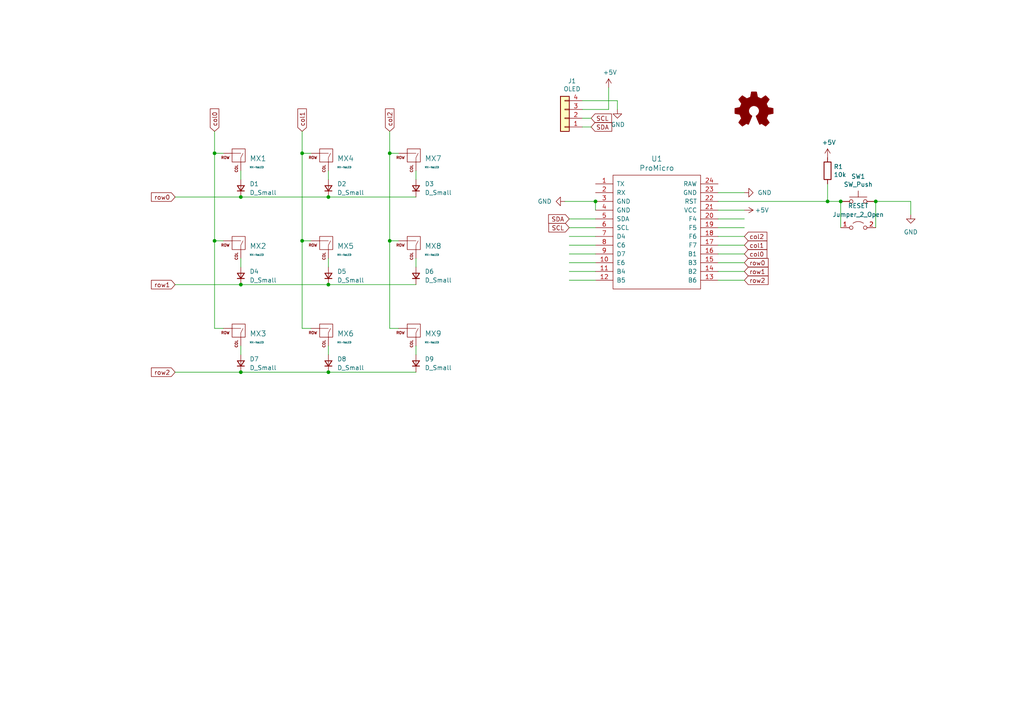
<source format=kicad_sch>
(kicad_sch (version 20211123) (generator eeschema)
  (paper "A4")
  (title_block (title "zotzotzot") (rev "1") (company "uci keeb club"))
  (lib_symbols
    (symbol "Connector_Generic:Conn_01x04" (pin_names (offset 1.016) hide)
      (property "Reference" "J" (at 0 5.08 0))
      (property "Value" "Conn_01x04" (at 0 -7.62 0))
      (symbol "Conn_01x04_1_1"
        (rectangle (start -1.27 -4.953) (end 0 -5.207) (stroke (width 0.1524)))
        (rectangle (start -1.27 -2.413) (end 0 -2.667) (stroke (width 0.1524)))
        (rectangle (start -1.27 0.127) (end 0 -0.127) (stroke (width 0.1524)))
        (rectangle (start -1.27 2.667) (end 0 2.413) (stroke (width 0.1524)))
        (rectangle (start -1.27 3.81) (end 1.27 -6.35) (stroke (width 0.254)) (fill (type background)))
        (pin passive line (at -5.08 2.54 0) (length 3.81) (name "Pin_1") (number "1"))
        (pin passive line (at -5.08 0 0) (length 3.81) (name "Pin_2") (number "2"))
        (pin passive line (at -5.08 -2.54 0) (length 3.81) (name "Pin_3") (number "3"))
        (pin passive line (at -5.08 -5.08 0) (length 3.81) (name "Pin_4") (number "4"))
      )
    )
    (symbol "Device:D_Small" (pin_numbers hide) (pin_names (offset 0.254) hide)
      (property "Reference" "D" (at -1.27 2.032 0))
      (property "Value" "D_Small" (at -3.81 -2.032 0))
      (symbol "D_Small_0_1"
        (polyline (pts (xy -0.762 -1.016) (xy -0.762 1.016)) (stroke (width 0.254)))
        (polyline (pts (xy -0.762 0) (xy 0.762 0)))
        (polyline (pts (xy 0.762 -1.016) (xy -0.762 0) (xy 0.762 1.016) (xy 0.762 -1.016)) (stroke (width 0.254)))
      )
      (symbol "D_Small_1_1"
        (pin passive line (at -2.54 0 0) (length 1.778) (name "K") (number "1"))
        (pin passive line (at 2.54 0 180) (length 1.778) (name "A") (number "2"))
      )
    )
    (symbol "Device:R" (pin_numbers hide) (pin_names (offset 0))
      (property "Reference" "R" (at 2.032 0 90))
      (property "Value" "R" (at 0 0 90))
      (symbol "R_0_1"
        (rectangle (start -1.016 -2.54) (end 1.016 2.54) (stroke (width 0.254)))
      )
      (symbol "R_1_1"
        (pin passive line (at 0 3.81 270) (length 1.27) (name "~") (number "1"))
        (pin passive line (at 0 -3.81 90) (length 1.27) (name "~") (number "2"))
      )
    )
    (symbol "Graphic:Logo_Open_Hardware_Small" (pin_names (offset 1.016))
      (symbol "Logo_Open_Hardware_Small_0_1"
        (polyline (pts (xy 3.3528 -4.3434) (xy 3.302 -4.318) (xy 3.175 -4.2418) (xy 2.9972 -4.1148) (xy 2.7686 -3.9624) (xy 2.54 -3.81) (xy 2.3622 -3.7084) (xy 2.2352 -3.6068) (xy 2.1844 -3.5814) (xy 2.159 -3.6068) (xy 2.0574 -3.6576) (xy 1.905 -3.7338) (xy 1.8034 -3.7846) (xy 1.6764 -3.8354) (xy 1.6002 -3.8354) (xy 1.6002 -3.8354) (xy 1.5494 -3.7338) (xy 1.4732 -3.5306) (xy 1.3462 -3.302) (xy 1.2446 -3.0226) (xy 1.1176 -2.7178) (xy 0.9652 -2.413) (xy 0.8636 -2.1082) (xy 0.7366 -1.8288) (xy 0.6604 -1.6256) (xy 0.6096 -1.4732) (xy 0.5842 -1.397) (xy 0.5842 -1.397) (xy 0.6604 -1.3208) (xy 0.7874 -1.2446) (xy 1.0414 -1.016) (xy 1.2954 -0.6858) (xy 1.4478 -0.3302) (xy 1.524 0.0762) (xy 1.4732 0.4572) (xy 1.3208 0.8128) (xy 1.0668 1.143) (xy 0.762 1.3716) (xy 0.4064 1.524) (xy 0 1.5748) (xy -0.381 1.5494) (xy -0.7366 1.397) (xy -1.0668 1.143) (xy -1.2192 0.9906) (xy -1.397 0.6604) (xy -1.524 0.3048) (xy -1.524 0.2286) (xy -1.4986 -0.1778) (xy -1.397 -0.5334) (xy -1.1938 -0.8636) (xy -0.9144 -1.143) (xy -0.8636 -1.1684) (xy -0.7366 -1.27) (xy -0.635 -1.3462) (xy -0.5842 -1.397) (xy -1.0668 -2.5908) (xy -1.143 -2.794) (xy -1.2954 -3.1242) (xy -1.397 -3.4036) (xy -1.4986 -3.6322) (xy -1.5748 -3.7846) (xy -1.6002 -3.8354) (xy -1.6002 -3.8354) (xy -1.651 -3.8354) (xy -1.7272 -3.81) (xy -1.905 -3.7338) (xy -2.0066 -3.683) (xy -2.1336 -3.6068) (xy -2.2098 -3.5814) (xy -2.2606 -3.6068) (xy -2.3622 -3.683) (xy -2.54 -3.81) (xy -2.7686 -3.9624) (xy -2.9718 -4.0894) (xy -3.1496 -4.2164) (xy -3.302 -4.318) (xy -3.3528 -4.3434) (xy -3.3782 -4.3434) (xy -3.429 -4.318) (xy -3.5306 -4.2164) (xy -3.7084 -4.064) (xy -3.937 -3.8354) (xy -3.9624 -3.81) (xy -4.1656 -3.6068) (xy -4.318 -3.4544) (xy -4.4196 -3.3274) (xy -4.445 -3.2766) (xy -4.445 -3.2766) (xy -4.4196 -3.2258) (xy -4.318 -3.0734) (xy -4.2164 -2.8956) (xy -4.064 -2.667) (xy -3.6576 -2.0828) (xy -3.8862 -1.5494) (xy -3.937 -1.3716) (xy -4.0386 -1.1684) (xy -4.0894 -1.0414) (xy -4.1148 -0.9652) (xy -4.191 -0.9398) (xy -4.318 -0.9144) (xy -4.5466 -0.8636) (xy -4.8006 -0.8128) (xy -5.0546 -0.7874) (xy -5.2578 -0.7366) (xy -5.4356 -0.7112) (xy -5.5118 -0.6858) (xy -5.5118 -0.6858) (xy -5.5372 -0.635) (xy -5.5372 -0.5588) (xy -5.5372 -0.4318) (xy -5.5626 -0.2286) (xy -5.5626 0.0762) (xy -5.5626 0.127) (xy -5.5372 0.4064) (xy -5.5372 0.635) (xy -5.5372 0.762) (xy -5.5372 0.8382) (xy -5.5372 0.8382) (xy -5.461 0.8382) (xy -5.3086 0.889) (xy -5.08 0.9144) (xy -4.826 0.9652) (xy -4.8006 0.9906) (xy -4.5466 1.0414) (xy -4.318 1.0668) (xy -4.1656 1.1176) (xy -4.0894 1.143) (xy -4.0894 1.143) (xy -4.0386 1.2446) (xy -3.9624 1.4224) (xy -3.8608 1.6256) (xy -3.7846 1.8288) (xy -3.7084 2.0066) (xy -3.6576 2.159) (xy -3.6322 2.2098) (xy -3.6322 2.2098) (xy -3.683 2.286) (xy -3.7592 2.413) (xy -3.8862 2.5908) (xy -4.064 2.8194) (xy -4.064 2.8448) (xy -4.2164 3.0734) (xy -4.3434 3.2512) (xy -4.4196 3.3782) (xy -4.445 3.4544) (xy -4.445 3.4544) (xy -4.3942 3.5052) (xy -4.2926 3.6322) (xy -4.1148 3.81) (xy -3.937 4.0132) (xy -3.8608 4.064) (xy -3.6576 4.2926) (xy -3.5052 4.4196) (xy -3.4036 4.4958) (xy -3.3528 4.5212) (xy -3.3528 4.5212) (xy -3.302 4.4704) (xy -3.1496 4.3688) (xy -2.9718 4.2418) (xy -2.7432 4.0894) (xy -2.7178 4.0894) (xy -2.4892 3.937) (xy -2.3114 3.81) (xy -2.1844 3.7084) (xy -2.1336 3.683) (xy -2.1082 3.683) (xy -2.032 3.7084) (xy -1.8542 3.7592) (xy -1.6764 3.8354) (xy -1.4732 3.937) (xy -1.27 4.0132) (xy -1.143 4.064) (xy -1.0668 4.1148) (xy -1.0668 4.1148) (xy -1.0414 4.191) (xy -1.016 4.3434) (xy -0.9652 4.572) (xy -0.9144 4.8514) (xy -0.889 4.9022) (xy -0.8382 5.1562) (xy -0.8128 5.3848) (xy -0.7874 5.5372) (xy -0.762 5.588) (xy -0.7112 5.6134) (xy -0.5842 5.6134) (xy -0.4064 5.6134) (xy -0.1524 5.6134) (xy 0.0762 5.6134) (xy 0.3302 5.6134) (xy 0.5334 5.6134) (xy 0.6858 5.588) (xy 0.7366 5.588) (xy 0.7366 5.588) (xy 0.762 5.5118) (xy 0.8128 5.334) (xy 0.8382 5.1054) (xy 0.9144 4.826) (xy 0.9144 4.7752) (xy 0.9652 4.5212) (xy 1.016 4.2926) (xy 1.0414 4.1402) (xy 1.0668 4.0894) (xy 1.0668 4.0894) (xy 1.1938 4.0386) (xy 1.3716 3.9624) (xy 1.5748 3.8608) (xy 2.0828 3.6576) (xy 2.7178 4.0894) (xy 2.7686 4.1402) (xy 2.9972 4.2926) (xy 3.175 4.4196) (xy 3.302 4.4958) (xy 3.3782 4.5212) (xy 3.3782 4.5212) (xy 3.429 4.4704) (xy 3.556 4.3434) (xy 3.7338 4.191) (xy 3.9116 3.9878) (xy 4.064 3.8354) (xy 4.2418 3.6576) (xy 4.3434 3.556) (xy 4.4196 3.4798) (xy 4.4196 3.429) (xy 4.4196 3.4036) (xy 4.3942 3.3274) (xy 4.2926 3.2004) (xy 4.1656 2.9972) (xy 4.0132 2.794) (xy 3.8862 2.5908) (xy 3.7592 2.3876) (xy 3.6576 2.2352) (xy 3.6322 2.159) (xy 3.6322 2.1336) (xy 3.683 2.0066) (xy 3.7592 1.8288) (xy 3.8608 1.6002) (xy 4.064 1.1176) (xy 4.3942 1.0414) (xy 4.5974 1.016) (xy 4.8768 0.9652) (xy 5.1308 0.9144) (xy 5.5372 0.8382) (xy 5.5626 -0.6604) (xy 5.4864 -0.6858) (xy 5.4356 -0.6858) (xy 5.2832 -0.7366) (xy 5.0546 -0.762) (xy 4.8006 -0.8128) (xy 4.5974 -0.8636) (xy 4.3688 -0.9144) (xy 4.2164 -0.9398) (xy 4.1402 -0.9398) (xy 4.1148 -0.9652) (xy 4.064 -1.0668) (xy 3.9878 -1.2446) (xy 3.9116 -1.4478) (xy 3.81 -1.651) (xy 3.7338 -1.8542) (xy 3.683 -2.0066) (xy 3.6576 -2.0828) (xy 3.683 -2.1336) (xy 3.7846 -2.2606) (xy 3.8862 -2.4638) (xy 4.0386 -2.667) (xy 4.191 -2.8956) (xy 4.318 -3.0734) (xy 4.3942 -3.2004) (xy 4.445 -3.2766) (xy 4.4196 -3.3274) (xy 4.3434 -3.429) (xy 4.1656 -3.5814) (xy 3.937 -3.8354) (xy 3.8862 -3.8608) (xy 3.683 -4.064) (xy 3.5306 -4.2164) (xy 3.4036 -4.318) (xy 3.3528 -4.3434)) (fill (type outline)))
      )
    )
    (symbol "Jumper:Jumper_2_Open" (pin_names (offset 0) hide)
      (property "Reference" "JP" (at 0 2.794 0))
      (property "Value" "Jumper_2_Open" (at 0 -2.286 0))
      (symbol "Jumper_2_Open_0_0"
        (circle (center -2.032 0) (radius 0.508))
        (circle (center 2.032 0) (radius 0.508))
      )
      (symbol "Jumper_2_Open_0_1"
        (arc (start 1.524 1.27) (mid 0 1.778) (end -1.524 1.27))
      )
      (symbol "Jumper_2_Open_1_1"
        (pin passive line (at -5.08 0 0) (length 2.54) (name "A") (number "1"))
        (pin passive line (at 5.08 0 180) (length 2.54) (name "B") (number "2"))
      )
    )
    (symbol "Switch:SW_Push" (pin_numbers hide) (pin_names (offset 1.016) hide)
      (property "Reference" "SW" (at 1.27 2.54 0))
      (property "Value" "SW_Push" (at 0 -1.524 0))
      (symbol "SW_Push_0_1"
        (circle (center -2.032 0) (radius 0.508))
        (polyline (pts (xy 0 1.27) (xy 0 3.048)))
        (polyline (pts (xy 2.54 1.27) (xy -2.54 1.27)))
        (circle (center 2.032 0) (radius 0.508))
        (pin passive line (at -5.08 0 0) (length 2.54) (name "1") (number "1"))
        (pin passive line (at 5.08 0 180) (length 2.54) (name "2") (number "2"))
      )
    )
    (symbol "mx:MX-NoLED" (pin_names (offset 1.016))
      (property "Reference" "MX" (at -0.635 3.81 0))
      (property "Value" "MX-NoLED" (at -0.635 1.27 0))
      (symbol "MX-NoLED_0_0"
        (rectangle (start -2.54 2.54) (end 1.27 -1.27))
        (polyline (pts (xy -1.27 -1.27) (xy -1.27 1.27)) (stroke (width 0.127)))
        (polyline (pts (xy 1.27 1.27) (xy 0 1.27) (xy -1.27 1.905)) (stroke (width 0.127)))
        (text "COL" (at 3.175 0 0) (effects (font (size 0.762 0.762))))
        (text "ROW" (at 0 -1.905 900) (effects (font (size 0.762 0.762)) (justify right)))
      )
      (symbol "MX-NoLED_1_1"
        (pin passive line (at 3.81 1.27 180) (length 2.54) (name "COL") (number "1"))
        (pin passive line (at -1.27 -3.81 90) (length 2.54) (name "ROW") (number "2"))
      )
    )
    (symbol "power:+5V" (power) (pin_names (offset 0))
      (property "Value" "+5V" (at 0 3.556 0))
      (symbol "+5V_0_1"
        (polyline (pts (xy -0.762 1.27) (xy 0 2.54)))
        (polyline (pts (xy 0 0) (xy 0 2.54)))
        (polyline (pts (xy 0 2.54) (xy 0.762 1.27)))
      )
      (symbol "+5V_1_1"
        (pin power_in line (at 0 0 90) (length 0) hide (name "+5V") (number "1"))
      )
    )
    (symbol "power:GND" (power) (pin_names (offset 0))
      (property "Value" "GND" (at 0 -3.81 0))
      (symbol "GND_0_1"
        (polyline (pts (xy 0 0) (xy 0 -1.27) (xy 1.27 -1.27) (xy 0 -2.54) (xy -1.27 -1.27) (xy 0 -1.27)))
      )
      (symbol "GND_1_1"
        (pin power_in line (at 0 0 270) (length 0) hide (name "GND") (number "1"))
      )
    )
    (symbol "promicro:ProMicro" (pin_names (offset 1.016))
      (property "Reference" "U" (at 0 24.13 0))
      (property "Value" "promicro_ProMicro" (at 0 -13.97 0))
      (symbol "ProMicro_0_1"
        (rectangle (start -12.7 21.59) (end 12.7 -11.43))
      )
      (symbol "ProMicro_1_1"
        (pin bidirectional line (at -17.78 19.05 0) (length 5.08) (name "TX") (number "1"))
        (pin bidirectional line (at -17.78 -3.81 0) (length 5.08) (name "E6") (number "10"))
        (pin bidirectional line (at -17.78 -6.35 0) (length 5.08) (name "B4") (number "11"))
        (pin bidirectional line (at -17.78 -8.89 0) (length 5.08) (name "B5") (number "12"))
        (pin bidirectional line (at 17.78 -8.89 180) (length 5.08) (name "B6") (number "13"))
        (pin bidirectional line (at 17.78 -6.35 180) (length 5.08) (name "B2") (number "14"))
        (pin bidirectional line (at 17.78 -3.81 180) (length 5.08) (name "B3") (number "15"))
        (pin bidirectional line (at 17.78 -1.27 180) (length 5.08) (name "B1") (number "16"))
        (pin bidirectional line (at 17.78 1.27 180) (length 5.08) (name "F7") (number "17"))
        (pin bidirectional line (at 17.78 3.81 180) (length 5.08) (name "F6") (number "18"))
        (pin bidirectional line (at 17.78 6.35 180) (length 5.08) (name "F5") (number "19"))
        (pin bidirectional line (at -17.78 16.51 0) (length 5.08) (name "RX") (number "2"))
        (pin bidirectional line (at 17.78 8.89 180) (length 5.08) (name "F4") (number "20"))
        (pin power_in line (at 17.78 11.43 180) (length 5.08) (name "VCC") (number "21"))
        (pin input line (at 17.78 13.97 180) (length 5.08) (name "RST") (number "22"))
        (pin power_in line (at 17.78 16.51 180) (length 5.08) (name "GND") (number "23"))
        (pin power_out line (at 17.78 19.05 180) (length 5.08) (name "RAW") (number "24"))
        (pin power_in line (at -17.78 13.97 0) (length 5.08) (name "GND") (number "3"))
        (pin power_in line (at -17.78 11.43 0) (length 5.08) (name "GND") (number "4"))
        (pin bidirectional line (at -17.78 8.89 0) (length 5.08) (name "SDA") (number "5"))
        (pin bidirectional line (at -17.78 6.35 0) (length 5.08) (name "SCL") (number "6"))
        (pin bidirectional line (at -17.78 3.81 0) (length 5.08) (name "D4") (number "7"))
        (pin bidirectional line (at -17.78 1.27 0) (length 5.08) (name "C6") (number "8"))
        (pin bidirectional line (at -17.78 -1.27 0) (length 5.08) (name "D7") (number "9"))
      )
    )
  )
  (junction (at 95.25 107.95))
  (junction (at 87.63 44.45))
  (junction (at 95.25 57.15))
  (junction (at 69.85 107.95))
  (junction (at 172.72 58.42))
  (junction (at 69.85 57.15))
  (junction (at 254 58.42))
  (junction (at 113.03 44.45))
  (junction (at 95.25 82.55))
  (junction (at 69.85 82.55))
  (junction (at 243.84 58.42))
  (junction (at 87.63 69.85))
  (junction (at 113.03 69.85))
  (junction (at 62.23 69.85))
  (junction (at 62.23 44.45))
  (junction (at 240.03 58.42))
  (wire (pts (xy 50.8 57.15) (xy 69.85 57.15)))
  (wire (pts (xy 165.1 71.12) (xy 172.72 71.12)))
  (wire (pts (xy 69.85 57.15) (xy 95.25 57.15)))
  (wire (pts (xy 95.25 107.95) (xy 69.85 107.95)))
  (wire (pts (xy 165.1 66.04) (xy 172.72 66.04)))
  (wire (pts (xy 165.1 73.66) (xy 172.72 73.66)))
  (wire (pts (xy 176.53 31.75) (xy 176.53 25.4)))
  (wire (pts (xy 240.03 58.42) (xy 243.84 58.42)))
  (wire (pts (xy 168.91 34.29) (xy 171.45 34.29)))
  (wire (pts (xy 215.9 71.12) (xy 208.28 71.12)))
  (wire (pts (xy 62.23 44.45) (xy 62.23 69.85)))
  (wire (pts (xy 243.84 58.42) (xy 243.84 66.04)))
  (wire (pts (xy 113.03 38.1) (xy 113.03 44.45)))
  (wire (pts (xy 254 58.42) (xy 264.16 58.42)))
  (wire (pts (xy 254 58.42) (xy 254 66.04)))
  (wire (pts (xy 69.85 74.93) (xy 69.85 77.47)))
  (wire (pts (xy 69.85 49.53) (xy 69.85 52.07)))
  (wire (pts (xy 69.85 107.95) (xy 50.8 107.95)))
  (wire (pts (xy 62.23 95.25) (xy 64.77 95.25)))
  (wire (pts (xy 62.23 38.1) (xy 62.23 44.45)))
  (wire (pts (xy 95.25 57.15) (xy 120.65 57.15)))
  (wire (pts (xy 95.25 82.55) (xy 69.85 82.55)))
  (wire (pts (xy 87.63 69.85) (xy 90.17 69.85)))
  (wire (pts (xy 62.23 44.45) (xy 64.77 44.45)))
  (wire (pts (xy 120.65 82.55) (xy 95.25 82.55)))
  (wire (pts (xy 113.03 44.45) (xy 115.57 44.45)))
  (wire (pts (xy 120.65 100.33) (xy 120.65 102.87)))
  (wire (pts (xy 168.91 36.83) (xy 171.45 36.83)))
  (wire (pts (xy 95.25 100.33) (xy 95.25 102.87)))
  (wire (pts (xy 165.1 68.58) (xy 172.72 68.58)))
  (wire (pts (xy 95.25 74.93) (xy 95.25 77.47)))
  (wire (pts (xy 215.9 76.2) (xy 208.28 76.2)))
  (wire (pts (xy 87.63 95.25) (xy 90.17 95.25)))
  (wire (pts (xy 62.23 69.85) (xy 62.23 95.25)))
  (wire (pts (xy 240.03 53.34) (xy 240.03 58.42)))
  (wire (pts (xy 87.63 44.45) (xy 87.63 69.85)))
  (wire (pts (xy 165.1 81.28) (xy 172.72 81.28)))
  (wire (pts (xy 113.03 69.85) (xy 115.57 69.85)))
  (wire (pts (xy 215.9 66.04) (xy 208.28 66.04)))
  (wire (pts (xy 215.9 78.74) (xy 208.28 78.74)))
  (wire (pts (xy 163.83 58.42) (xy 172.72 58.42)))
  (wire (pts (xy 208.28 55.88) (xy 215.9 55.88)))
  (wire (pts (xy 69.85 82.55) (xy 50.8 82.55)))
  (wire (pts (xy 165.1 78.74) (xy 172.72 78.74)))
  (wire (pts (xy 215.9 73.66) (xy 208.28 73.66)))
  (wire (pts (xy 69.85 100.33) (xy 69.85 102.87)))
  (wire (pts (xy 62.23 69.85) (xy 64.77 69.85)))
  (wire (pts (xy 168.91 29.21) (xy 179.07 29.21)))
  (wire (pts (xy 165.1 76.2) (xy 172.72 76.2)))
  (wire (pts (xy 208.28 60.96) (xy 215.9 60.96)))
  (wire (pts (xy 87.63 44.45) (xy 90.17 44.45)))
  (wire (pts (xy 113.03 69.85) (xy 113.03 95.25)))
  (wire (pts (xy 87.63 69.85) (xy 87.63 95.25)))
  (wire (pts (xy 87.63 38.1) (xy 87.63 44.45)))
  (wire (pts (xy 168.91 31.75) (xy 176.53 31.75)))
  (wire (pts (xy 264.16 58.42) (xy 264.16 62.23)))
  (wire (pts (xy 120.65 74.93) (xy 120.65 77.47)))
  (wire (pts (xy 215.9 81.28) (xy 208.28 81.28)))
  (wire (pts (xy 215.9 68.58) (xy 208.28 68.58)))
  (wire (pts (xy 95.25 49.53) (xy 95.25 52.07)))
  (wire (pts (xy 179.07 29.21) (xy 179.07 31.75)))
  (wire (pts (xy 215.9 63.5) (xy 208.28 63.5)))
  (wire (pts (xy 120.65 107.95) (xy 95.25 107.95)))
  (wire (pts (xy 165.1 63.5) (xy 172.72 63.5)))
  (wire (pts (xy 208.28 58.42) (xy 240.03 58.42)))
  (wire (pts (xy 172.72 58.42) (xy 172.72 60.96)))
  (wire (pts (xy 113.03 95.25) (xy 115.57 95.25)))
  (wire (pts (xy 113.03 44.45) (xy 113.03 69.85)))
  (wire (pts (xy 120.65 49.53) (xy 120.65 52.07)))
  (global_label "SDA" (shape input) (at 171.45 36.83 0) (property "Intersheet References" "${INTERSHEET_REFS}" (effects hide)))
  (global_label "row0" (shape input) (at 50.8 57.15 180) (property "Intersheet References" "${INTERSHEET_REFS}" (effects hide)))
  (global_label "row2" (shape input) (at 50.8 107.95 180) (property "Intersheet References" "${INTERSHEET_REFS}" (effects hide)))
  (global_label "row1" (shape input) (at 215.9 78.74 0) (property "Intersheet References" "${INTERSHEET_REFS}" (effects hide)))
  (global_label "row0" (shape input) (at 215.9 76.2 0) (property "Intersheet References" "${INTERSHEET_REFS}" (effects hide)))
  (global_label "SCL" (shape input) (at 165.1 66.04 180) (property "Intersheet References" "${INTERSHEET_REFS}" (effects hide)))
  (global_label "col2" (shape input) (at 113.03 38.1 90) (property "Intersheet References" "${INTERSHEET_REFS}" (effects hide)))
  (global_label "col0" (shape input) (at 62.23 38.1 90) (property "Intersheet References" "${INTERSHEET_REFS}" (effects hide)))
  (global_label "col2" (shape input) (at 215.9 68.58 0) (property "Intersheet References" "${INTERSHEET_REFS}" (effects hide)))
  (global_label "col1" (shape input) (at 87.63 38.1 90) (property "Intersheet References" "${INTERSHEET_REFS}" (effects hide)))
  (global_label "SCL" (shape input) (at 171.45 34.29 0) (property "Intersheet References" "${INTERSHEET_REFS}" (effects hide)))
  (global_label "row1" (shape input) (at 50.8 82.55 180) (property "Intersheet References" "${INTERSHEET_REFS}" (effects hide)))
  (global_label "row2" (shape input) (at 215.9 81.28 0) (property "Intersheet References" "${INTERSHEET_REFS}" (effects hide)))
  (global_label "col1" (shape input) (at 215.9 71.12 0) (property "Intersheet References" "${INTERSHEET_REFS}" (effects hide)))
  (global_label "col0" (shape input) (at 215.9 73.66 0) (property "Intersheet References" "${INTERSHEET_REFS}" (effects hide)))
  (global_label "SDA" (shape input) (at 165.1 63.5 180) (property "Intersheet References" "${INTERSHEET_REFS}" (effects hide)))
  (symbol (lib_id "Device:D_Small") (at 95.25 54.61 90) (unit 1)
    (property "Reference" "D2" (at 97.79 53.3399 90) (effects (justify right)))
    (property "Value" "D_Small" (at 97.79 55.8799 90) (effects (justify right)))
    (property "Footprint" "bevin:D3_TH_nonHybrid" (effects hide))
  )
  (symbol (lib_id "Device:D_Small") (at 69.85 54.61 90) (unit 1)
    (property "Reference" "D1" (at 72.39 53.3399 90) (effects (justify right)))
    (property "Value" "D_Small" (at 72.39 55.8799 90) (effects (justify right)))
    (property "Footprint" "bevin:D3_TH_nonHybrid" (effects hide))
  )
  (symbol (lib_id "Device:R") (at 240.03 49.53 0) (unit 1)
    (property "Reference" "R1" (at 241.808 48.3616 0) (effects (justify left)))
    (property "Value" "10k" (at 241.808 50.673 0) (effects (justify left)))
    (property "Footprint" "bevin:R3_TH_nonHybrid" (effects hide))
  )
  (symbol (lib_id "Switch:SW_Push") (at 248.92 58.42 0) (unit 1)
    (property "Reference" "SW1" (at 248.92 51.181 0))
    (property "Value" "SW_Push" (at 248.92 53.4924 0))
    (property "Footprint" "Button_Switch_SMD:SW_SPST_TL3342" (effects hide))
  )
  (symbol (lib_id "mx:MX-NoLED") (at 68.58 45.72 270) (unit 1)
    (property "Reference" "MX1" (at 72.39 45.9706 90) (effects (font (size 1.524 1.524)) (justify left)))
    (property "Value" "MX-NoLED" (at 72.39 48.5105 90) (effects (font (size 0.508 0.508)) (justify left)))
    (property "Footprint" "bevin:MXOnly-1U-NoLED" (effects hide))
  )
  (symbol (lib_id "power:+5V") (at 176.53 25.4 0) (unit 1)
    (property "Reference" "#PWR0106" (effects hide))
    (property "Value" "+5V" (at 176.911 21.0058 0))
  )
  (symbol (lib_id "mx:MX-NoLED") (at 119.38 71.12 270) (unit 1)
    (property "Reference" "MX8" (at 123.19 71.3706 90) (effects (font (size 1.524 1.524)) (justify left)))
    (property "Value" "MX-NoLED" (at 123.19 73.9105 90) (effects (font (size 0.508 0.508)) (justify left)))
    (property "Footprint" "bevin:MXOnly-1U-NoLED" (effects hide))
  )
  (symbol (lib_id "promicro:ProMicro") (at 190.5 72.39 0) (unit 1)
    (property "Reference" "U1" (at 190.5 46.0502 0) (effects (font (size 1.524 1.524))))
    (property "Value" "ProMicro" (at 190.5 48.7426 0) (effects (font (size 1.524 1.524))))
    (property "Footprint" "bevin:ProMicro_v3" (effects hide))
  )
  (symbol (lib_id "mx:MX-NoLED") (at 93.98 71.12 270) (unit 1)
    (property "Reference" "MX5" (at 97.79 71.3706 90) (effects (font (size 1.524 1.524)) (justify left)))
    (property "Value" "MX-NoLED" (at 97.79 73.9105 90) (effects (font (size 0.508 0.508)) (justify left)))
    (property "Footprint" "bevin:MXOnly-1U-NoLED" (effects hide))
  )
  (symbol (lib_id "power:+5V") (at 215.9 60.96 270) (unit 1)
    (property "Reference" "#PWR0104" (effects hide))
    (property "Value" "+5V" (at 220.98 60.96 90))
  )
  (symbol (lib_id "mx:MX-NoLED") (at 119.38 45.72 270) (unit 1)
    (property "Reference" "MX7" (at 123.19 45.9706 90) (effects (font (size 1.524 1.524)) (justify left)))
    (property "Value" "MX-NoLED" (at 123.19 48.5105 90) (effects (font (size 0.508 0.508)) (justify left)))
    (property "Footprint" "bevin:MXOnly-1U-NoLED" (effects hide))
  )
  (symbol (lib_id "power:GND") (at 179.07 31.75 0) (unit 1)
    (property "Reference" "#PWR0107" (effects hide))
    (property "Value" "GND" (at 179.197 36.1442 0))
  )
  (symbol (lib_id "Graphic:Logo_Open_Hardware_Small") (at 218.694 32.258 0) (unit 1)
    (property "Reference" "#LOGO1" (effects hide))
    (property "Value" "Logo_Open_Hardware_Small" (effects hide))
    (property "Footprint" "art:zot" (effects hide))
  )
  (symbol (lib_id "power:GND") (at 215.9 55.88 90) (unit 1)
    (property "Reference" "#PWR0102" (effects hide))
    (property "Value" "GND" (at 219.71 55.8799 90) (effects (justify right)))
  )
  (symbol (lib_id "Device:D_Small") (at 120.65 54.61 90) (unit 1)
    (property "Reference" "D3" (at 123.19 53.3399 90) (effects (justify right)))
    (property "Value" "D_Small" (at 123.19 55.8799 90) (effects (justify right)))
    (property "Footprint" "bevin:D3_TH_nonHybrid" (effects hide))
  )
  (symbol (lib_id "Connector_Generic:Conn_01x04") (at 163.83 34.29 180) (unit 1)
    (property "Reference" "J1" (at 165.9128 23.495 0))
    (property "Value" "OLED" (at 165.9128 25.8064 0))
    (property "Footprint" "bevin:OLED_v2" (effects hide))
  )
  (symbol (lib_id "Device:D_Small") (at 69.85 105.41 90) (unit 1)
    (property "Reference" "D7" (at 72.39 104.1399 90) (effects (justify right)))
    (property "Value" "D_Small" (at 72.39 106.6799 90) (effects (justify right)))
    (property "Footprint" "bevin:D3_TH_nonHybrid" (effects hide))
  )
  (symbol (lib_id "Device:D_Small") (at 95.25 80.01 90) (unit 1)
    (property "Reference" "D5" (at 97.79 78.7399 90) (effects (justify right)))
    (property "Value" "D_Small" (at 97.79 81.2799 90) (effects (justify right)))
    (property "Footprint" "bevin:D3_TH_nonHybrid" (effects hide))
  )
  (symbol (lib_id "mx:MX-NoLED") (at 93.98 45.72 270) (unit 1)
    (property "Reference" "MX4" (at 97.79 45.9706 90) (effects (font (size 1.524 1.524)) (justify left)))
    (property "Value" "MX-NoLED" (at 97.79 48.5105 90) (effects (font (size 0.508 0.508)) (justify left)))
    (property "Footprint" "bevin:MXOnly-1U-NoLED" (effects hide))
  )
  (symbol (lib_id "power:GND") (at 264.16 62.23 0) (unit 1)
    (property "Reference" "#PWR0105" (effects hide))
    (property "Value" "GND" (at 264.16 67.31 0))
  )
  (symbol (lib_id "Device:D_Small") (at 69.85 80.01 90) (unit 1)
    (property "Reference" "D4" (at 72.39 78.7399 90) (effects (justify right)))
    (property "Value" "D_Small" (at 72.39 81.2799 90) (effects (justify right)))
    (property "Footprint" "bevin:D3_TH_nonHybrid" (effects hide))
  )
  (symbol (lib_id "mx:MX-NoLED") (at 93.98 96.52 270) (unit 1)
    (property "Reference" "MX6" (at 97.79 96.7706 90) (effects (font (size 1.524 1.524)) (justify left)))
    (property "Value" "MX-NoLED" (at 97.79 99.3105 90) (effects (font (size 0.508 0.508)) (justify left)))
    (property "Footprint" "bevin:MXOnly-1U-NoLED" (effects hide))
  )
  (symbol (lib_id "Jumper:Jumper_2_Open") (at 248.92 66.04 0) (unit 1)
    (property "Reference" "RESET" (at 248.92 59.69 0))
    (property "Value" "Jumper_2_Open" (at 248.92 62.23 0))
    (property "Footprint" "TestPoint:TestPoint_2Pads_Pitch5.08mm_Drill1.3mm" (effects hide))
  )
  (symbol (lib_id "power:+5V") (at 240.03 45.72 0) (unit 1)
    (property "Reference" "#PWR0101" (effects hide))
    (property "Value" "+5V" (at 240.411 41.3258 0))
  )
  (symbol (lib_id "mx:MX-NoLED") (at 68.58 71.12 270) (unit 1)
    (property "Reference" "MX2" (at 72.39 71.3706 90) (effects (font (size 1.524 1.524)) (justify left)))
    (property "Value" "MX-NoLED" (at 72.39 73.9105 90) (effects (font (size 0.508 0.508)) (justify left)))
    (property "Footprint" "bevin:MXOnly-1U-NoLED" (effects hide))
  )
  (symbol (lib_id "power:GND") (at 163.83 58.42 270) (unit 1)
    (property "Reference" "#PWR0103" (effects hide))
    (property "Value" "GND" (at 160.02 58.4199 90) (effects (justify right)))
  )
  (symbol (lib_id "mx:MX-NoLED") (at 68.58 96.52 270) (unit 1)
    (property "Reference" "MX3" (at 72.39 96.7706 90) (effects (font (size 1.524 1.524)) (justify left)))
    (property "Value" "MX-NoLED" (at 72.39 99.3105 90) (effects (font (size 0.508 0.508)) (justify left)))
    (property "Footprint" "bevin:MXOnly-1U-NoLED" (effects hide))
  )
  (symbol (lib_id "Device:D_Small") (at 95.25 105.41 90) (unit 1)
    (property "Reference" "D8" (at 97.79 104.1399 90) (effects (justify right)))
    (property "Value" "D_Small" (at 97.79 106.6799 90) (effects (justify right)))
    (property "Footprint" "bevin:D3_TH_nonHybrid" (effects hide))
  )
  (symbol (lib_id "Device:D_Small") (at 120.65 105.41 90) (unit 1)
    (property "Reference" "D9" (at 123.19 104.1399 90) (effects (justify right)))
    (property "Value" "D_Small" (at 123.19 106.6799 90) (effects (justify right)))
    (property "Footprint" "bevin:D3_TH_nonHybrid" (effects hide))
  )
  (symbol (lib_id "Device:D_Small") (at 120.65 80.01 90) (unit 1)
    (property "Reference" "D6" (at 123.19 78.7399 90) (effects (justify right)))
    (property "Value" "D_Small" (at 123.19 81.2799 90) (effects (justify right)))
    (property "Footprint" "bevin:D3_TH_nonHybrid" (effects hide))
  )
  (symbol (lib_id "mx:MX-NoLED") (at 119.38 96.52 270) (unit 1)
    (property "Reference" "MX9" (at 123.19 96.7706 90) (effects (font (size 1.524 1.524)) (justify left)))
    (property "Value" "MX-NoLED" (at 123.19 99.3105 90) (effects (font (size 0.508 0.508)) (justify left)))
    (property "Footprint" "bevin:MXOnly-1U-NoLED" (effects hide))
  )
)
</source>
